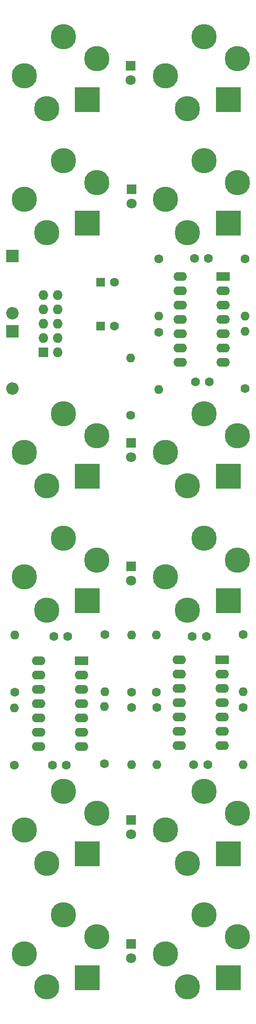
<source format=gbr>
%TF.GenerationSoftware,KiCad,Pcbnew,(5.1.9)-1*%
%TF.CreationDate,2021-09-13T19:49:27+01:00*%
%TF.ProjectId,KOSMO Mult,4b4f534d-4f20-44d7-956c-742e6b696361,rev?*%
%TF.SameCoordinates,Original*%
%TF.FileFunction,Soldermask,Top*%
%TF.FilePolarity,Negative*%
%FSLAX46Y46*%
G04 Gerber Fmt 4.6, Leading zero omitted, Abs format (unit mm)*
G04 Created by KiCad (PCBNEW (5.1.9)-1) date 2021-09-13 19:49:27*
%MOMM*%
%LPD*%
G01*
G04 APERTURE LIST*
%ADD10C,1.600000*%
%ADD11R,1.600000X1.600000*%
%ADD12R,2.200000X2.200000*%
%ADD13O,2.200000X2.200000*%
%ADD14C,1.800000*%
%ADD15R,1.800000X1.800000*%
%ADD16C,4.500001*%
%ADD17C,4.500000*%
%ADD18R,4.500001X4.500001*%
%ADD19R,1.727200X1.727200*%
%ADD20O,1.727200X1.727200*%
%ADD21O,1.600000X1.600000*%
%ADD22R,2.400000X1.600000*%
%ADD23O,2.400000X1.600000*%
G04 APERTURE END LIST*
D10*
%TO.C,C1*%
X51943000Y-58737500D03*
X54443000Y-58737500D03*
%TD*%
%TO.C,C2*%
X52133500Y-80708500D03*
X54633500Y-80708500D03*
%TD*%
%TO.C,C3*%
X51562000Y-125857000D03*
X54062000Y-125857000D03*
%TD*%
%TO.C,C4*%
X54316000Y-148653500D03*
X51816000Y-148653500D03*
%TD*%
%TO.C,C5*%
X29487500Y-125857000D03*
X26987500Y-125857000D03*
%TD*%
%TO.C,C6*%
X29233500Y-148717000D03*
X26733500Y-148717000D03*
%TD*%
D11*
%TO.C,C7*%
X35270242Y-62949999D03*
D10*
X37770242Y-62949999D03*
%TD*%
%TO.C,C8*%
X37770242Y-70799999D03*
D11*
X35270242Y-70799999D03*
%TD*%
D12*
%TO.C,D1*%
X19621500Y-58293000D03*
D13*
X19621500Y-68453000D03*
%TD*%
%TO.C,D2*%
X19621500Y-81851500D03*
D12*
X19621500Y-71691500D03*
%TD*%
D14*
%TO.C,D3*%
X40640000Y-27051000D03*
D15*
X40640000Y-24511000D03*
%TD*%
%TO.C,D4*%
X40767000Y-46482000D03*
D14*
X40767000Y-49022000D03*
%TD*%
D15*
%TO.C,D5*%
X40703500Y-91503500D03*
D14*
X40703500Y-94043500D03*
%TD*%
D15*
%TO.C,D6*%
X40703500Y-113474500D03*
D14*
X40703500Y-116014500D03*
%TD*%
%TO.C,D7*%
X40703500Y-161036000D03*
D15*
X40703500Y-158496000D03*
%TD*%
D14*
%TO.C,D8*%
X40703500Y-183007000D03*
D15*
X40703500Y-180467000D03*
%TD*%
D16*
%TO.C,J1*%
X34594000Y-23281000D03*
D17*
X25694000Y-32181000D03*
D16*
X28694000Y-19381000D03*
D18*
X32934000Y-30521000D03*
D17*
X21794000Y-26281000D03*
%TD*%
%TO.C,J2*%
X46813000Y-26281000D03*
D18*
X57953000Y-30521000D03*
D16*
X53713000Y-19381000D03*
D17*
X50713000Y-32181000D03*
D16*
X59613000Y-23281000D03*
%TD*%
%TO.C,J3*%
X34594000Y-45252000D03*
D17*
X25694000Y-54152000D03*
D16*
X28694000Y-41352000D03*
D18*
X32934000Y-52492000D03*
D17*
X21794000Y-48252000D03*
%TD*%
D19*
%TO.C,J4*%
X25146000Y-75438000D03*
D20*
X27686000Y-75438000D03*
X25146000Y-72898000D03*
X27686000Y-72898000D03*
X25146000Y-70358000D03*
X27686000Y-70358000D03*
X25146000Y-67818000D03*
X27686000Y-67818000D03*
X25146000Y-65278000D03*
X27686000Y-65278000D03*
%TD*%
D17*
%TO.C,J5*%
X46813000Y-48252000D03*
D18*
X57953000Y-52492000D03*
D16*
X53713000Y-41352000D03*
D17*
X50713000Y-54152000D03*
D16*
X59613000Y-45252000D03*
%TD*%
D17*
%TO.C,J6*%
X21794000Y-93210000D03*
D18*
X32934000Y-97450000D03*
D16*
X28694000Y-86310000D03*
D17*
X25694000Y-99110000D03*
D16*
X34594000Y-90210000D03*
%TD*%
%TO.C,J7*%
X59613000Y-90210000D03*
D17*
X50713000Y-99110000D03*
D16*
X53713000Y-86310000D03*
D18*
X57953000Y-97450000D03*
D17*
X46813000Y-93210000D03*
%TD*%
%TO.C,J8*%
X21794000Y-115308000D03*
D18*
X32934000Y-119548000D03*
D16*
X28694000Y-108408000D03*
D17*
X25694000Y-121208000D03*
D16*
X34594000Y-112308000D03*
%TD*%
%TO.C,J9*%
X59613000Y-112308000D03*
D17*
X50713000Y-121208000D03*
D16*
X53713000Y-108408000D03*
D18*
X57953000Y-119548000D03*
D17*
X46813000Y-115308000D03*
%TD*%
D16*
%TO.C,J10*%
X34594000Y-157266000D03*
D17*
X25694000Y-166166000D03*
D16*
X28694000Y-153366000D03*
D18*
X32934000Y-164506000D03*
D17*
X21794000Y-160266000D03*
%TD*%
%TO.C,J11*%
X46813000Y-160266000D03*
D18*
X57953000Y-164506000D03*
D16*
X53713000Y-153366000D03*
D17*
X50713000Y-166166000D03*
D16*
X59613000Y-157266000D03*
%TD*%
%TO.C,J12*%
X34594000Y-179237000D03*
D17*
X25694000Y-188137000D03*
D16*
X28694000Y-175337000D03*
D18*
X32934000Y-186477000D03*
D17*
X21794000Y-182237000D03*
%TD*%
%TO.C,J13*%
X46813000Y-182237000D03*
D18*
X57953000Y-186477000D03*
D16*
X53713000Y-175337000D03*
D17*
X50713000Y-188137000D03*
D16*
X59613000Y-179237000D03*
%TD*%
D21*
%TO.C,R1*%
X40640000Y-76454000D03*
D10*
X40640000Y-86614000D03*
%TD*%
%TO.C,R2*%
X60960000Y-58864500D03*
D21*
X60960000Y-69024500D03*
%TD*%
%TO.C,R3*%
X60960000Y-71691500D03*
D10*
X60960000Y-81851500D03*
%TD*%
%TO.C,R4*%
X45593000Y-71882000D03*
D21*
X45593000Y-82042000D03*
%TD*%
%TO.C,R5*%
X45656500Y-69024500D03*
D10*
X45656500Y-58864500D03*
%TD*%
%TO.C,R6*%
X40767000Y-135763000D03*
D21*
X40767000Y-125603000D03*
%TD*%
%TO.C,R7*%
X60642500Y-135699500D03*
D10*
X60642500Y-125539500D03*
%TD*%
D21*
%TO.C,R8*%
X60642500Y-148653500D03*
D10*
X60642500Y-138493500D03*
%TD*%
%TO.C,R9*%
X45275500Y-138493500D03*
D21*
X45275500Y-148653500D03*
%TD*%
%TO.C,R10*%
X45212000Y-125603000D03*
D10*
X45212000Y-135763000D03*
%TD*%
%TO.C,R11*%
X40767000Y-138493500D03*
D21*
X40767000Y-148653500D03*
%TD*%
%TO.C,R12*%
X36068000Y-135699500D03*
D10*
X36068000Y-125539500D03*
%TD*%
%TO.C,R13*%
X36004500Y-148526500D03*
D21*
X36004500Y-138366500D03*
%TD*%
%TO.C,R14*%
X20002500Y-138557000D03*
D10*
X20002500Y-148717000D03*
%TD*%
%TO.C,R15*%
X20066000Y-135763000D03*
D21*
X20066000Y-125603000D03*
%TD*%
D22*
%TO.C,U1*%
X57023000Y-61976000D03*
D23*
X49403000Y-77216000D03*
X57023000Y-64516000D03*
X49403000Y-74676000D03*
X57023000Y-67056000D03*
X49403000Y-72136000D03*
X57023000Y-69596000D03*
X49403000Y-69596000D03*
X57023000Y-72136000D03*
X49403000Y-67056000D03*
X57023000Y-74676000D03*
X49403000Y-64516000D03*
X57023000Y-77216000D03*
X49403000Y-61976000D03*
%TD*%
%TO.C,U2*%
X49276000Y-130048000D03*
X56896000Y-145288000D03*
X49276000Y-132588000D03*
X56896000Y-142748000D03*
X49276000Y-135128000D03*
X56896000Y-140208000D03*
X49276000Y-137668000D03*
X56896000Y-137668000D03*
X49276000Y-140208000D03*
X56896000Y-135128000D03*
X49276000Y-142748000D03*
X56896000Y-132588000D03*
X49276000Y-145288000D03*
D22*
X56896000Y-130048000D03*
%TD*%
%TO.C,U3*%
X31940500Y-130238500D03*
D23*
X24320500Y-145478500D03*
X31940500Y-132778500D03*
X24320500Y-142938500D03*
X31940500Y-135318500D03*
X24320500Y-140398500D03*
X31940500Y-137858500D03*
X24320500Y-137858500D03*
X31940500Y-140398500D03*
X24320500Y-135318500D03*
X31940500Y-142938500D03*
X24320500Y-132778500D03*
X31940500Y-145478500D03*
X24320500Y-130238500D03*
%TD*%
M02*

</source>
